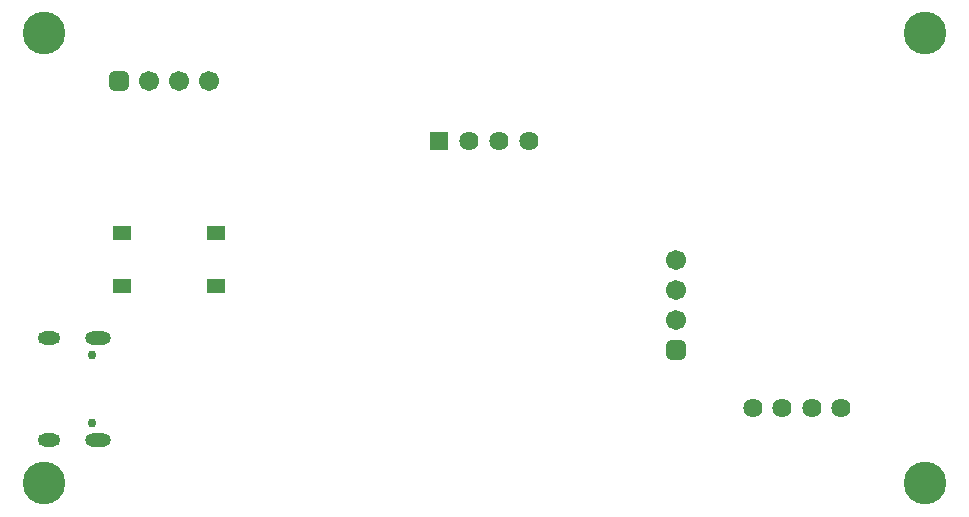
<source format=gts>
G04*
G04 #@! TF.GenerationSoftware,Altium Limited,Altium Designer,25.6.2 (33)*
G04*
G04 Layer_Color=8388736*
%FSLAX25Y25*%
%MOIN*%
G70*
G04*
G04 #@! TF.SameCoordinates,A6983FEA-D560-4925-98B3-38CB5C928B3C*
G04*
G04*
G04 #@! TF.FilePolarity,Negative*
G04*
G01*
G75*
%ADD16R,0.06102X0.05118*%
%ADD17R,0.06400X0.06400*%
%ADD18C,0.06400*%
%ADD19C,0.06699*%
%ADD20O,0.08668X0.04337*%
%ADD21O,0.07487X0.04337*%
%ADD22C,0.02959*%
G04:AMPARAMS|DCode=23|XSize=66.99mil|YSize=66.99mil|CornerRadius=17.75mil|HoleSize=0mil|Usage=FLASHONLY|Rotation=0.000|XOffset=0mil|YOffset=0mil|HoleType=Round|Shape=RoundedRectangle|*
%AMROUNDEDRECTD23*
21,1,0.06699,0.03150,0,0,0.0*
21,1,0.03150,0.06699,0,0,0.0*
1,1,0.03550,0.01575,-0.01575*
1,1,0.03550,-0.01575,-0.01575*
1,1,0.03550,-0.01575,0.01575*
1,1,0.03550,0.01575,0.01575*
%
%ADD23ROUNDEDRECTD23*%
%ADD24C,0.14179*%
G04:AMPARAMS|DCode=25|XSize=66.99mil|YSize=66.99mil|CornerRadius=17.75mil|HoleSize=0mil|Usage=FLASHONLY|Rotation=90.000|XOffset=0mil|YOffset=0mil|HoleType=Round|Shape=RoundedRectangle|*
%AMROUNDEDRECTD25*
21,1,0.06699,0.03150,0,0,90.0*
21,1,0.03150,0.06699,0,0,90.0*
1,1,0.03550,0.01575,0.01575*
1,1,0.03550,0.01575,-0.01575*
1,1,0.03550,-0.01575,-0.01575*
1,1,0.03550,-0.01575,0.01575*
%
%ADD25ROUNDEDRECTD25*%
D16*
X186650Y246358D02*
D03*
X155350D02*
D03*
X186650Y228642D02*
D03*
X155350D02*
D03*
D17*
X261000Y277000D02*
D03*
D18*
X271000D02*
D03*
X281000D02*
D03*
X291000D02*
D03*
X395185Y188000D02*
D03*
X385343D02*
D03*
X365657D02*
D03*
X375500D02*
D03*
D19*
X340000Y237500D02*
D03*
X174500Y297000D02*
D03*
X184500D02*
D03*
X164500D02*
D03*
X340000Y217500D02*
D03*
Y227500D02*
D03*
D20*
X147457Y211516D02*
D03*
Y177500D02*
D03*
D21*
X131000Y211516D02*
D03*
Y177500D02*
D03*
D22*
X145488Y183130D02*
D03*
Y205886D02*
D03*
D23*
X154500Y297000D02*
D03*
D24*
X129500Y163000D02*
D03*
X423000D02*
D03*
X129500Y313000D02*
D03*
X423000D02*
D03*
D25*
X340000Y207500D02*
D03*
M02*

</source>
